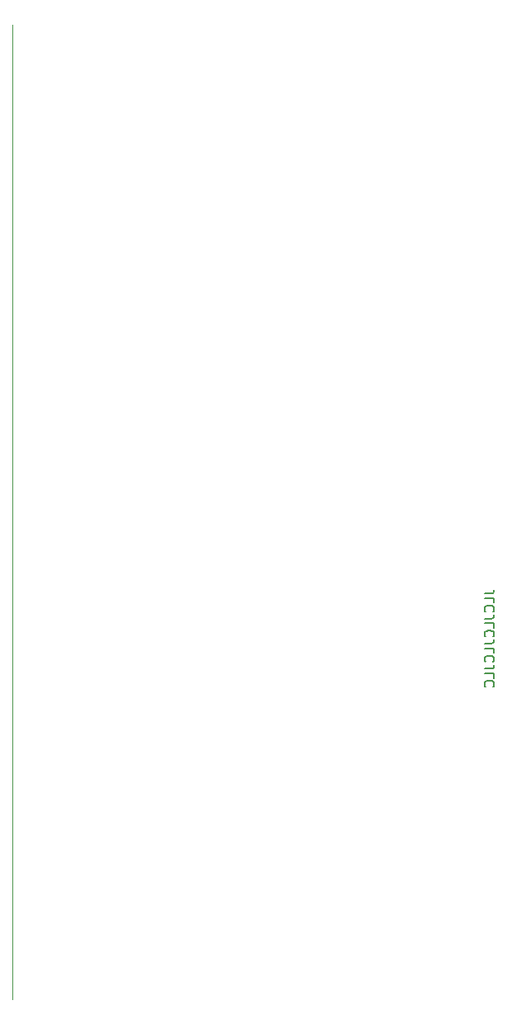
<source format=gbr>
%TF.GenerationSoftware,KiCad,Pcbnew,(5.1.5)-3*%
%TF.CreationDate,2020-06-29T12:52:57+02:00*%
%TF.ProjectId,HCPL Board,4843504c-2042-46f6-9172-642e6b696361,rev?*%
%TF.SameCoordinates,Original*%
%TF.FileFunction,Legend,Bot*%
%TF.FilePolarity,Positive*%
%FSLAX46Y46*%
G04 Gerber Fmt 4.6, Leading zero omitted, Abs format (unit mm)*
G04 Created by KiCad (PCBNEW (5.1.5)-3) date 2020-06-29 12:52:57*
%MOMM*%
%LPD*%
G04 APERTURE LIST*
%ADD10C,0.200000*%
%ADD11C,0.120000*%
G04 APERTURE END LIST*
D10*
X169932380Y-80420952D02*
X170646666Y-80420952D01*
X170789523Y-80373333D01*
X170884761Y-80278095D01*
X170932380Y-80135238D01*
X170932380Y-80040000D01*
X170932380Y-81373333D02*
X170932380Y-80897142D01*
X169932380Y-80897142D01*
X170837142Y-82278095D02*
X170884761Y-82230476D01*
X170932380Y-82087619D01*
X170932380Y-81992380D01*
X170884761Y-81849523D01*
X170789523Y-81754285D01*
X170694285Y-81706666D01*
X170503809Y-81659047D01*
X170360952Y-81659047D01*
X170170476Y-81706666D01*
X170075238Y-81754285D01*
X169980000Y-81849523D01*
X169932380Y-81992380D01*
X169932380Y-82087619D01*
X169980000Y-82230476D01*
X170027619Y-82278095D01*
X169932380Y-82992380D02*
X170646666Y-82992380D01*
X170789523Y-82944761D01*
X170884761Y-82849523D01*
X170932380Y-82706666D01*
X170932380Y-82611428D01*
X170932380Y-83944761D02*
X170932380Y-83468571D01*
X169932380Y-83468571D01*
X170837142Y-84849523D02*
X170884761Y-84801904D01*
X170932380Y-84659047D01*
X170932380Y-84563809D01*
X170884761Y-84420952D01*
X170789523Y-84325714D01*
X170694285Y-84278095D01*
X170503809Y-84230476D01*
X170360952Y-84230476D01*
X170170476Y-84278095D01*
X170075238Y-84325714D01*
X169980000Y-84420952D01*
X169932380Y-84563809D01*
X169932380Y-84659047D01*
X169980000Y-84801904D01*
X170027619Y-84849523D01*
X169932380Y-85563809D02*
X170646666Y-85563809D01*
X170789523Y-85516190D01*
X170884761Y-85420952D01*
X170932380Y-85278095D01*
X170932380Y-85182857D01*
X170932380Y-86516190D02*
X170932380Y-86040000D01*
X169932380Y-86040000D01*
X170837142Y-87420952D02*
X170884761Y-87373333D01*
X170932380Y-87230476D01*
X170932380Y-87135238D01*
X170884761Y-86992380D01*
X170789523Y-86897142D01*
X170694285Y-86849523D01*
X170503809Y-86801904D01*
X170360952Y-86801904D01*
X170170476Y-86849523D01*
X170075238Y-86897142D01*
X169980000Y-86992380D01*
X169932380Y-87135238D01*
X169932380Y-87230476D01*
X169980000Y-87373333D01*
X170027619Y-87420952D01*
X169932380Y-88135238D02*
X170646666Y-88135238D01*
X170789523Y-88087619D01*
X170884761Y-87992380D01*
X170932380Y-87849523D01*
X170932380Y-87754285D01*
X170932380Y-89087619D02*
X170932380Y-88611428D01*
X169932380Y-88611428D01*
X170837142Y-89992380D02*
X170884761Y-89944761D01*
X170932380Y-89801904D01*
X170932380Y-89706666D01*
X170884761Y-89563809D01*
X170789523Y-89468571D01*
X170694285Y-89420952D01*
X170503809Y-89373333D01*
X170360952Y-89373333D01*
X170170476Y-89420952D01*
X170075238Y-89468571D01*
X169980000Y-89563809D01*
X169932380Y-89706666D01*
X169932380Y-89801904D01*
X169980000Y-89944761D01*
X170027619Y-89992380D01*
D11*
X121480000Y-22040000D02*
X121480000Y-122040000D01*
M02*

</source>
